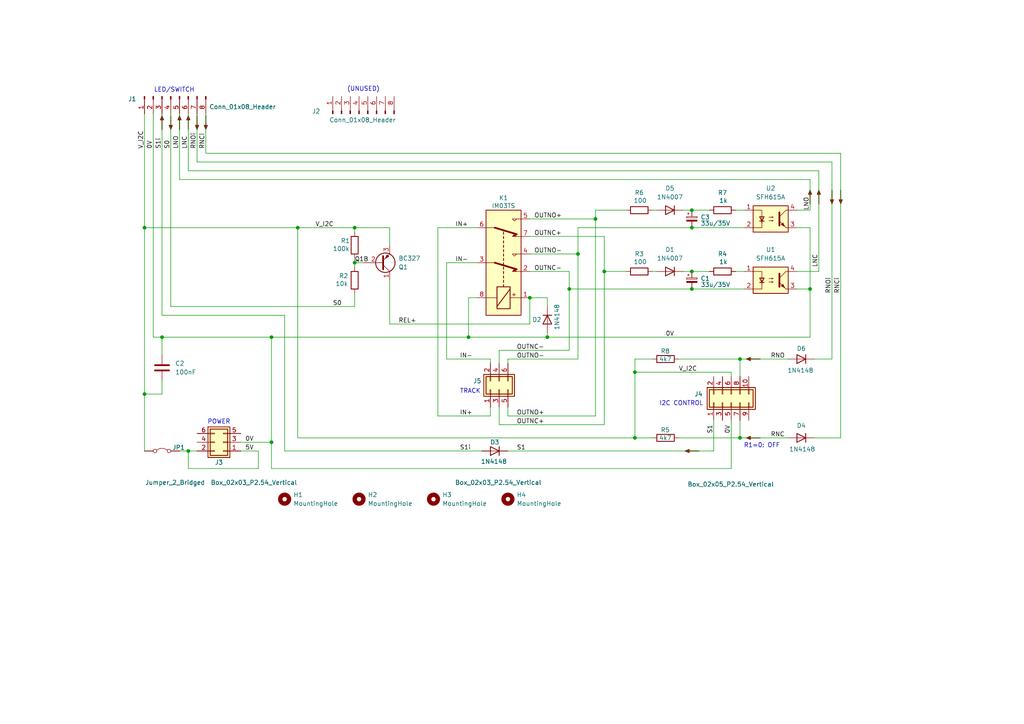
<source format=kicad_sch>
(kicad_sch (version 20231120) (generator "eeschema") (generator_version "8.0")
  (paper "A4")
  (title_block (date "2024-11-24"))
  (lib_symbols
    (symbol "Connector:Conn_01x08_Pin" (pin_names (offset 1.016) hide)
      (property "Reference" "J" (at 0 10.16 0))
      (property "Value" "Conn_01x08_Pin" (at 0 -12.7 0))
      (symbol "Conn_01x08_Pin_1_1"
        (polyline (pts (xy 1.27 -10.16) (xy 0.8636 -10.16)) (stroke (width 0.1524)))
        (polyline (pts (xy 1.27 -7.62) (xy 0.8636 -7.62)) (stroke (width 0.1524)))
        (polyline (pts (xy 1.27 -5.08) (xy 0.8636 -5.08)) (stroke (width 0.1524)))
        (polyline (pts (xy 1.27 -2.54) (xy 0.8636 -2.54)) (stroke (width 0.1524)))
        (polyline (pts (xy 1.27 0) (xy 0.8636 0)) (stroke (width 0.1524)))
        (polyline (pts (xy 1.27 2.54) (xy 0.8636 2.54)) (stroke (width 0.1524)))
        (polyline (pts (xy 1.27 5.08) (xy 0.8636 5.08)) (stroke (width 0.1524)))
        (polyline (pts (xy 1.27 7.62) (xy 0.8636 7.62)) (stroke (width 0.1524)))
        (rectangle (start 0.8636 -10.033) (end 0 -10.287) (stroke (width 0.1524)) (fill (type outline)))
        (rectangle (start 0.8636 -7.493) (end 0 -7.747) (stroke (width 0.1524)) (fill (type outline)))
        (rectangle (start 0.8636 -4.953) (end 0 -5.207) (stroke (width 0.1524)) (fill (type outline)))
        (rectangle (start 0.8636 -2.413) (end 0 -2.667) (stroke (width 0.1524)) (fill (type outline)))
        (rectangle (start 0.8636 0.127) (end 0 -0.127) (stroke (width 0.1524)) (fill (type outline)))
        (rectangle (start 0.8636 2.667) (end 0 2.413) (stroke (width 0.1524)) (fill (type outline)))
        (rectangle (start 0.8636 5.207) (end 0 4.953) (stroke (width 0.1524)) (fill (type outline)))
        (rectangle (start 0.8636 7.747) (end 0 7.493) (stroke (width 0.1524)) (fill (type outline)))
        (pin passive line (at 5.08 7.62 180) (length 3.81) (name "Pin_1") (number "1"))
        (pin passive line (at 5.08 5.08 180) (length 3.81) (name "Pin_2") (number "2"))
        (pin passive line (at 5.08 2.54 180) (length 3.81) (name "Pin_3") (number "3"))
        (pin passive line (at 5.08 0 180) (length 3.81) (name "Pin_4") (number "4"))
        (pin passive line (at 5.08 -2.54 180) (length 3.81) (name "Pin_5") (number "5"))
        (pin passive line (at 5.08 -5.08 180) (length 3.81) (name "Pin_6") (number "6"))
        (pin passive line (at 5.08 -7.62 180) (length 3.81) (name "Pin_7") (number "7"))
        (pin passive line (at 5.08 -10.16 180) (length 3.81) (name "Pin_8") (number "8"))
      )
    )
    (symbol "Device:C" (pin_numbers hide) (pin_names (offset 0.254))
      (property "Reference" "C" (at 0.635 2.54 0))
      (property "Value" "C" (at 0.635 -2.54 0))
      (symbol "C_0_1"
        (polyline (pts (xy -2.032 -0.762) (xy 2.032 -0.762)) (stroke (width 0.508)))
        (polyline (pts (xy -2.032 0.762) (xy 2.032 0.762)) (stroke (width 0.508)))
      )
      (symbol "C_1_1"
        (pin passive line (at 0 3.81 270) (length 2.794) (name "~") (number "1"))
        (pin passive line (at 0 -3.81 90) (length 2.794) (name "~") (number "2"))
      )
    )
    (symbol "Device:C_Polarized_Small" (pin_numbers hide) (pin_names (offset 0.254) hide)
      (property "Reference" "C" (at 0.254 1.778 0))
      (property "Value" "C_Polarized_Small" (at 0.254 -2.032 0))
      (symbol "C_Polarized_Small_0_1"
        (rectangle (start -1.524 -0.3048) (end 1.524 -0.6858) (fill (type outline)))
        (rectangle (start -1.524 0.6858) (end 1.524 0.3048))
        (polyline (pts (xy -1.27 1.524) (xy -0.762 1.524)))
        (polyline (pts (xy -1.016 1.27) (xy -1.016 1.778)))
      )
      (symbol "C_Polarized_Small_1_1"
        (pin passive line (at 0 2.54 270) (length 1.8542) (name "~") (number "1"))
        (pin passive line (at 0 -2.54 90) (length 1.8542) (name "~") (number "2"))
      )
    )
    (symbol "Device:R" (pin_numbers hide) (pin_names (offset 0))
      (property "Reference" "R" (at 2.032 0 90))
      (property "Value" "R" (at 0 0 90))
      (symbol "R_0_1"
        (rectangle (start -1.016 -2.54) (end 1.016 2.54) (stroke (width 0.254)))
      )
      (symbol "R_1_1"
        (pin passive line (at 0 3.81 270) (length 1.27) (name "~") (number "1"))
        (pin passive line (at 0 -3.81 90) (length 1.27) (name "~") (number "2"))
      )
    )
    (symbol "Diode:1N4007" (pin_numbers hide) (pin_names hide)
      (property "Reference" "D" (at 0 2.54 0))
      (property "Value" "1N4007" (at 0 -2.54 0))
      (symbol "1N4007_0_1"
        (polyline (pts (xy -1.27 1.27) (xy -1.27 -1.27)) (stroke (width 0.254)))
        (polyline (pts (xy 1.27 0) (xy -1.27 0)))
        (polyline (pts (xy 1.27 1.27) (xy 1.27 -1.27) (xy -1.27 0) (xy 1.27 1.27)) (stroke (width 0.254)))
      )
      (symbol "1N4007_1_1"
        (pin passive line (at -3.81 0 0) (length 2.54) (name "K") (number "1"))
        (pin passive line (at 3.81 0 180) (length 2.54) (name "A") (number "2"))
      )
    )
    (symbol "Diode:1N4148" (pin_numbers hide) (pin_names hide)
      (property "Reference" "D" (at 0 2.54 0))
      (property "Value" "1N4148" (at 0 -2.54 0))
      (symbol "1N4148_0_1"
        (polyline (pts (xy -1.27 1.27) (xy -1.27 -1.27)) (stroke (width 0.254)))
        (polyline (pts (xy 1.27 0) (xy -1.27 0)))
        (polyline (pts (xy 1.27 1.27) (xy 1.27 -1.27) (xy -1.27 0) (xy 1.27 1.27)) (stroke (width 0.254)))
      )
      (symbol "1N4148_1_1"
        (pin passive line (at -3.81 0 0) (length 2.54) (name "K") (number "1"))
        (pin passive line (at 3.81 0 180) (length 2.54) (name "A") (number "2"))
      )
    )
    (symbol "Graphic:SYM_Arrow_Small" (in_bom no) (on_board no)
      (symbol "SYM_Arrow_Small_0_1"
        (polyline (pts (xy 1.524 0) (xy -2.032 0)) (stroke (width 0.254)))
        (polyline (pts (xy 2.032 0) (xy 0.762 -0.508) (xy 0.762 0.508) (xy 2.032 0)) (fill (type outline)))
      )
    )
    (symbol "Jumper:Jumper_2_Bridged" (pin_numbers hide) (pin_names (offset 0) hide) (exclude_from_sim yes)
      (property "Reference" "JP" (at 0 1.905 0))
      (property "Value" "Jumper_2_Bridged" (at 0 -2.54 0))
      (symbol "Jumper_2_Bridged_0_0"
        (circle (center -2.032 0) (radius 0.508))
        (circle (center 2.032 0) (radius 0.508))
      )
      (symbol "Jumper_2_Bridged_0_1"
        (arc (start 1.524 0.254) (mid 0 0.762) (end -1.524 0.254))
      )
      (symbol "Jumper_2_Bridged_1_1"
        (pin passive line (at -5.08 0 0) (length 2.54) (name "A") (number "1"))
        (pin passive line (at 5.08 0 180) (length 2.54) (name "B") (number "2"))
      )
    )
    (symbol "Relay:IM03"
      (property "Reference" "K" (at 16.51 3.81 0))
      (property "Value" "IM03" (at 16.51 1.27 0))
      (symbol "IM03_0_0"
        (text "+" (at -9.271 2.921 0) (effects (font (size 1.27 1.27))))
      )
      (symbol "IM03_0_1"
        (rectangle (start -15.24 5.08) (end 15.24 -5.08) (stroke (width 0.254)) (fill (type background)))
        (rectangle (start -13.335 1.905) (end -6.985 -1.905) (stroke (width 0.254)))
        (polyline (pts (xy -12.7 -1.905) (xy -7.62 1.905)) (stroke (width 0.254)))
        (polyline (pts (xy -10.16 -5.08) (xy -10.16 -1.905)))
        (polyline (pts (xy -10.16 5.08) (xy -10.16 1.905)))
        (polyline (pts (xy -6.985 0) (xy -6.35 0)) (stroke (width 0.254)))
        (polyline (pts (xy -5.715 0) (xy -5.08 0)) (stroke (width 0.254)))
        (polyline (pts (xy -4.445 0) (xy -3.81 0)) (stroke (width 0.254)))
        (polyline (pts (xy -3.175 0) (xy -2.54 0)) (stroke (width 0.254)))
        (polyline (pts (xy -1.905 0) (xy -1.27 0)) (stroke (width 0.254)))
        (polyline (pts (xy -0.635 0) (xy 0 0)) (stroke (width 0.254)))
        (polyline (pts (xy 0 -2.54) (xy -1.905 3.81)) (stroke (width 0.508)))
        (polyline (pts (xy 0 -2.54) (xy 0 -5.08)))
        (polyline (pts (xy 0.635 0) (xy 1.27 0)) (stroke (width 0.254)))
        (polyline (pts (xy 1.905 0) (xy 2.54 0)) (stroke (width 0.254)))
        (polyline (pts (xy 3.175 0) (xy 3.81 0)) (stroke (width 0.254)))
        (polyline (pts (xy 4.445 0) (xy 5.08 0)) (stroke (width 0.254)))
        (polyline (pts (xy 5.715 0) (xy 6.35 0)) (stroke (width 0.254)))
        (polyline (pts (xy 6.985 0) (xy 7.62 0)) (stroke (width 0.254)))
        (polyline (pts (xy 8.255 0) (xy 8.89 0)) (stroke (width 0.254)))
        (polyline (pts (xy 10.16 -2.54) (xy 8.255 3.81)) (stroke (width 0.508)))
        (polyline (pts (xy 10.16 -2.54) (xy 10.16 -5.08)))
        (polyline (pts (xy -2.54 5.08) (xy -2.54 2.54) (xy -1.905 3.175) (xy -2.54 3.81)) (fill (type outline)))
        (polyline (pts (xy 2.54 5.08) (xy 2.54 2.54) (xy 1.905 3.175) (xy 2.54 3.81)))
        (polyline (pts (xy 7.62 5.08) (xy 7.62 2.54) (xy 8.255 3.175) (xy 7.62 3.81)) (fill (type outline)))
        (polyline (pts (xy 12.7 5.08) (xy 12.7 2.54) (xy 12.065 3.175) (xy 12.7 3.81)))
      )
      (symbol "IM03_1_1"
        (pin passive line (at -10.16 7.62 270) (length 2.54) (name "~") (number "1"))
        (pin passive line (at -2.54 7.62 270) (length 2.54) (name "~") (number "2"))
        (pin passive line (at 0 -7.62 90) (length 2.54) (name "~") (number "3"))
        (pin passive line (at 2.54 7.62 270) (length 2.54) (name "~") (number "4"))
        (pin passive line (at 12.7 7.62 270) (length 2.54) (name "~") (number "5"))
        (pin passive line (at 10.16 -7.62 90) (length 2.54) (name "~") (number "6"))
        (pin passive line (at 7.62 7.62 270) (length 2.54) (name "~") (number "7"))
        (pin passive line (at -10.16 -7.62 90) (length 2.54) (name "~") (number "8"))
      )
    )
    (symbol "Transistor_BJT:BC327" (pin_names (offset 0) hide)
      (property "Reference" "Q" (at 5.08 1.905 0))
      (property "Value" "BC327" (at 5.08 0 0))
      (symbol "BC327_0_1"
        (polyline (pts (xy 0.635 0.635) (xy 2.54 2.54)))
        (polyline (pts (xy 0.635 -0.635) (xy 2.54 -2.54) (xy 2.54 -2.54)))
        (polyline (pts (xy 0.635 1.905) (xy 0.635 -1.905) (xy 0.635 -1.905)) (stroke (width 0.508)))
        (polyline (pts (xy 2.286 -1.778) (xy 1.778 -2.286) (xy 1.27 -1.27) (xy 2.286 -1.778) (xy 2.286 -1.778)) (fill (type outline)))
        (circle (center 1.27 0) (radius 2.8194) (stroke (width 0.254)))
      )
      (symbol "BC327_1_1"
        (pin passive line (at 2.54 5.08 270) (length 2.54) (name "C") (number "1"))
        (pin input line (at -5.08 0 0) (length 5.715) (name "B") (number "2"))
        (pin passive line (at 2.54 -5.08 90) (length 2.54) (name "E") (number "3"))
      )
    )
    (symbol "_kh_library:Box_02x03_P2.54_Vertical" (pin_names (offset 1.016) hide)
      (property "Reference" "J" (at 1.27 5.588 0))
      (property "Value" "Box_02x03_P2.54_Vertical" (at 1.27 -6.35 0))
      (symbol "Box_02x03_P2.54_Vertical_1_1"
        (rectangle (start -1.905 4.445) (end 4.445 -4.445) (stroke (width 0.254)) (fill (type background)))
        (rectangle (start -1.27 -2.413) (end 0 -2.667) (stroke (width 0.1524)))
        (rectangle (start -1.27 0.127) (end 0 -0.127) (stroke (width 0.1524)))
        (rectangle (start -1.27 2.667) (end 0 2.413) (stroke (width 0.1524)))
        (rectangle (start -1.27 3.81) (end 3.81 -3.81) (stroke (width 0.254)) (fill (type background)))
        (rectangle (start 3.81 -2.413) (end 2.54 -2.667) (stroke (width 0.1524)))
        (rectangle (start 3.81 0.127) (end 2.54 -0.127) (stroke (width 0.1524)))
        (rectangle (start 3.81 2.667) (end 2.54 2.413) (stroke (width 0.1524)))
        (pin passive line (at -5.08 2.54 0) (length 3.81) (name "Pin_1") (number "1"))
        (pin passive line (at 7.62 2.54 180) (length 3.81) (name "Pin_2") (number "2"))
        (pin passive line (at -5.08 0 0) (length 3.81) (name "Pin_3") (number "3"))
        (pin passive line (at 7.62 0 180) (length 3.81) (name "Pin_4") (number "4"))
        (pin passive line (at -5.08 -2.54 0) (length 3.81) (name "Pin_5") (number "5"))
        (pin passive line (at 7.62 -2.54 180) (length 3.81) (name "Pin_6") (number "6"))
      )
    )
    (symbol "_kh_library:Box_02x05_P2.54_Vertical" (pin_names (offset 1.016) hide)
      (property "Reference" "J" (at 1.27 5.588 0))
      (property "Value" "Box_02x05_P2.54_Vertical" (at 1.27 -11.176 0))
      (symbol "Box_02x05_P2.54_Vertical_1_1"
        (rectangle (start -1.905 4.445) (end 4.445 -9.525) (stroke (width 0.254)) (fill (type background)))
        (rectangle (start -1.27 -7.493) (end 0 -7.747) (stroke (width 0.1524)))
        (rectangle (start -1.27 -4.953) (end 0 -5.207) (stroke (width 0.1524)))
        (rectangle (start -1.27 -2.413) (end 0 -2.667) (stroke (width 0.1524)))
        (rectangle (start -1.27 0.127) (end 0 -0.127) (stroke (width 0.1524)))
        (rectangle (start -1.27 2.667) (end 0 2.413) (stroke (width 0.1524)))
        (rectangle (start -1.27 3.81) (end 3.81 -8.89) (stroke (width 0.254)) (fill (type background)))
        (rectangle (start 2.54 -7.493) (end 3.81 -7.747) (stroke (width 0.1524)))
        (rectangle (start 2.54 -4.953) (end 3.81 -5.207) (stroke (width 0.1524)))
        (rectangle (start 2.54 -2.413) (end 3.81 -2.667) (stroke (width 0.1524)))
        (rectangle (start 3.81 0.127) (end 2.54 -0.127) (stroke (width 0.1524)))
        (rectangle (start 3.81 2.667) (end 2.54 2.413) (stroke (width 0.1524)))
        (pin passive line (at -5.08 2.54 0) (length 3.81) (name "Pin_1") (number "1"))
        (pin passive line (at 7.62 -7.62 180) (length 3.81) (name "Pin_10") (number "10"))
        (pin passive line (at 7.62 2.54 180) (length 3.81) (name "Pin_2") (number "2"))
        (pin passive line (at -5.08 0 0) (length 3.81) (name "Pin_3") (number "3"))
        (pin passive line (at 7.62 0 180) (length 3.81) (name "Pin_4") (number "4"))
        (pin passive line (at -5.08 -2.54 0) (length 3.81) (name "Pin_5") (number "5"))
        (pin passive line (at 7.62 -2.54 180) (length 3.81) (name "Pin_6") (number "6"))
        (pin passive line (at -5.08 -5.08 0) (length 3.81) (name "Pin_7") (number "7"))
        (pin passive line (at 7.62 -5.08 180) (length 3.81) (name "Pin_8") (number "8"))
        (pin passive line (at -5.08 -7.62 0) (length 3.81) (name "Pin_9") (number "9"))
      )
    )
    (symbol "_kh_library:MountingHole" (pin_names (offset 1.016)) (exclude_from_sim yes) (in_bom no)
      (property "Reference" "H" (at 0 5.08 0))
      (property "Value" "MountingHole" (at 0 3.175 0))
      (symbol "MountingHole_0_1"
        (circle (center 0 0) (radius 1.27) (stroke (width 1.27)))
      )
    )
    (symbol "_kh_library:SFH615A" (pin_names (offset 1.016))
      (property "Reference" "U" (at -5.08 5.08 0))
      (property "Value" "SFH615A" (at 0 5.08 0))
      (symbol "SFH615A_0_1"
        (rectangle (start -5.08 3.81) (end 5.08 -3.81) (stroke (width 0.254)) (fill (type background)))
        (polyline (pts (xy -3.175 -0.635) (xy -1.905 -0.635)) (stroke (width 0.254)))
        (polyline (pts (xy 2.54 0.635) (xy 4.445 2.54)))
        (polyline (pts (xy 4.445 -2.54) (xy 2.54 -0.635)) (fill (type outline)))
        (polyline (pts (xy 4.445 -2.54) (xy 5.08 -2.54)))
        (polyline (pts (xy 4.445 2.54) (xy 5.08 2.54)))
        (polyline (pts (xy -2.54 -0.635) (xy -2.54 -2.54) (xy -5.08 -2.54)))
        (polyline (pts (xy 2.54 1.905) (xy 2.54 -1.905) (xy 2.54 -1.905)) (stroke (width 0.508)))
        (polyline (pts (xy -5.08 2.54) (xy -2.54 2.54) (xy -2.54 -1.27) (xy -2.54 0.635)))
        (polyline (pts (xy -2.54 -0.635) (xy -3.175 0.635) (xy -1.905 0.635) (xy -2.54 -0.635)) (stroke (width 0.254)))
        (polyline (pts (xy -0.508 -0.508) (xy 0.762 -0.508) (xy 0.381 -0.635) (xy 0.381 -0.381) (xy 0.762 -0.508)))
        (polyline (pts (xy -0.508 0.508) (xy 0.762 0.508) (xy 0.381 0.381) (xy 0.381 0.635) (xy 0.762 0.508)))
        (polyline (pts (xy 3.048 -1.651) (xy 3.556 -1.143) (xy 4.064 -2.159) (xy 3.048 -1.651) (xy 3.048 -1.651)) (fill (type outline)))
      )
      (symbol "SFH615A_1_1"
        (pin passive line (at -7.62 2.54 0) (length 2.54) (name "~") (number "1"))
        (pin passive line (at -7.62 -2.54 0) (length 2.54) (name "~") (number "2"))
        (pin passive line (at 7.62 -2.54 180) (length 2.54) (name "~") (number "3"))
        (pin passive line (at 7.62 2.54 180) (length 2.54) (name "~") (number "4"))
      )
    )
  )
  (junction (at 135.89 97.79))
  (junction (at 46.99 97.79))
  (junction (at 200.66 66.04))
  (junction (at 172.72 63.5))
  (junction (at 41.91 66.04))
  (junction (at 78.74 97.79))
  (junction (at 54.61 130.81))
  (junction (at 214.63 104.14))
  (junction (at 200.66 78.74))
  (junction (at 175.26 78.74))
  (junction (at 153.67 86.36))
  (junction (at 78.74 128.27))
  (junction (at 184.15 107.95))
  (junction (at 158.75 97.79))
  (junction (at 234.95 83.82))
  (junction (at 184.15 127))
  (junction (at 102.87 76.2))
  (junction (at 167.64 73.66))
  (junction (at 86.36 66.04))
  (junction (at 165.1 83.82))
  (junction (at 200.66 83.82))
  (junction (at 200.66 60.96))
  (junction (at 214.63 127))
  (junction (at 41.91 114.3))
  (junction (at 102.87 66.04))
  (wire (pts (xy 147.32 105.41) (xy 147.32 104.14)))
  (wire (pts (xy 214.63 127) (xy 228.6 127)))
  (wire (pts (xy 158.75 97.79) (xy 234.95 97.79)))
  (wire (pts (xy 153.67 68.58) (xy 175.26 68.58)))
  (wire (pts (xy 54.61 135.89) (xy 54.61 130.81)))
  (wire (pts (xy 231.14 78.74) (xy 237.49 78.74)))
  (wire (pts (xy 184.15 127) (xy 189.23 127)))
  (wire (pts (xy 78.74 97.79) (xy 135.89 97.79)))
  (wire (pts (xy 241.3 104.14) (xy 241.3 46.99)))
  (wire (pts (xy 196.85 127) (xy 214.63 127)))
  (wire (pts (xy 237.49 49.53) (xy 237.49 78.74)))
  (wire (pts (xy 189.23 78.74) (xy 190.5 78.74)))
  (wire (pts (xy 241.3 46.99) (xy 57.15 46.99)))
  (wire (pts (xy 78.74 135.89) (xy 78.74 128.27)))
  (wire (pts (xy 165.1 78.74) (xy 165.1 83.82)))
  (wire (pts (xy 86.36 66.04) (xy 86.36 127)))
  (wire (pts (xy 102.87 76.2) (xy 102.87 77.47)))
  (wire (pts (xy 214.63 104.14) (xy 214.63 109.22)))
  (wire (pts (xy 175.26 78.74) (xy 175.26 123.19)))
  (wire (pts (xy 214.63 104.14) (xy 228.6 104.14)))
  (wire (pts (xy 207.01 130.81) (xy 147.32 130.81)))
  (wire (pts (xy 78.74 135.89) (xy 212.09 135.89)))
  (wire (pts (xy 231.14 60.96) (xy 234.95 60.96)))
  (wire (pts (xy 153.67 78.74) (xy 165.1 78.74)))
  (wire (pts (xy 200.66 60.96) (xy 205.74 60.96)))
  (wire (pts (xy 113.03 66.04) (xy 113.03 71.12)))
  (wire (pts (xy 59.69 44.45) (xy 243.84 44.45)))
  (wire (pts (xy 46.99 97.79) (xy 46.99 102.87)))
  (wire (pts (xy 172.72 63.5) (xy 172.72 120.65)))
  (wire (pts (xy 44.45 33.02) (xy 44.45 97.79)))
  (wire (pts (xy 234.95 66.04) (xy 231.14 66.04)))
  (wire (pts (xy 167.64 66.04) (xy 200.66 66.04)))
  (wire (pts (xy 54.61 33.02) (xy 54.61 49.53)))
  (wire (pts (xy 167.64 66.04) (xy 167.64 73.66)))
  (wire (pts (xy 147.32 118.11) (xy 147.32 120.65)))
  (wire (pts (xy 82.55 130.81) (xy 139.7 130.81)))
  (wire (pts (xy 153.67 73.66) (xy 167.64 73.66)))
  (wire (pts (xy 49.53 33.02) (xy 49.53 88.9)))
  (wire (pts (xy 153.67 63.5) (xy 172.72 63.5)))
  (wire (pts (xy 198.12 78.74) (xy 200.66 78.74)))
  (wire (pts (xy 52.07 33.02) (xy 52.07 52.07)))
  (wire (pts (xy 213.36 78.74) (xy 215.9 78.74)))
  (wire (pts (xy 198.12 60.96) (xy 200.66 60.96)))
  (wire (pts (xy 147.32 120.65) (xy 172.72 120.65)))
  (wire (pts (xy 207.01 121.92) (xy 207.01 130.81)))
  (wire (pts (xy 135.89 97.79) (xy 158.75 97.79)))
  (wire (pts (xy 172.72 60.96) (xy 181.61 60.96)))
  (wire (pts (xy 46.99 97.79) (xy 78.74 97.79)))
  (wire (pts (xy 102.87 74.93) (xy 102.87 76.2)))
  (wire (pts (xy 78.74 128.27) (xy 78.74 97.79)))
  (wire (pts (xy 41.91 114.3) (xy 41.91 130.81)))
  (wire (pts (xy 54.61 130.81) (xy 57.15 130.81)))
  (wire (pts (xy 196.85 104.14) (xy 214.63 104.14)))
  (wire (pts (xy 69.85 128.27) (xy 78.74 128.27)))
  (wire (pts (xy 46.99 91.44) (xy 82.55 91.44)))
  (wire (pts (xy 153.67 86.36) (xy 153.67 93.98)))
  (wire (pts (xy 57.15 46.99) (xy 57.15 33.02)))
  (wire (pts (xy 236.22 104.14) (xy 241.3 104.14)))
  (wire (pts (xy 52.07 130.81) (xy 54.61 130.81)))
  (wire (pts (xy 49.53 88.9) (xy 102.87 88.9)))
  (wire (pts (xy 144.78 118.11) (xy 144.78 123.19)))
  (wire (pts (xy 144.78 101.6) (xy 165.1 101.6)))
  (wire (pts (xy 113.03 81.28) (xy 113.03 93.98)))
  (wire (pts (xy 212.09 107.95) (xy 212.09 109.22)))
  (wire (pts (xy 102.87 66.04) (xy 102.87 67.31)))
  (wire (pts (xy 41.91 66.04) (xy 41.91 114.3)))
  (wire (pts (xy 102.87 66.04) (xy 113.03 66.04)))
  (wire (pts (xy 243.84 44.45) (xy 243.84 127)))
  (wire (pts (xy 69.85 130.81) (xy 74.93 130.81)))
  (wire (pts (xy 200.66 78.74) (xy 205.74 78.74)))
  (wire (pts (xy 234.95 83.82) (xy 234.95 66.04)))
  (wire (pts (xy 231.14 83.82) (xy 234.95 83.82)))
  (wire (pts (xy 200.66 66.04) (xy 215.9 66.04)))
  (wire (pts (xy 184.15 127) (xy 184.15 107.95)))
  (wire (pts (xy 102.87 76.2) (xy 105.41 76.2)))
  (wire (pts (xy 165.1 83.82) (xy 200.66 83.82)))
  (wire (pts (xy 167.64 73.66) (xy 167.64 104.14)))
  (wire (pts (xy 243.84 127) (xy 236.22 127)))
  (wire (pts (xy 142.24 120.65) (xy 127 120.65)))
  (wire (pts (xy 102.87 85.09) (xy 102.87 88.9)))
  (wire (pts (xy 158.75 88.9) (xy 158.75 86.36)))
  (wire (pts (xy 158.75 96.52) (xy 158.75 97.79)))
  (wire (pts (xy 127 66.04) (xy 127 120.65)))
  (wire (pts (xy 138.43 76.2) (xy 129.54 76.2)))
  (wire (pts (xy 213.36 60.96) (xy 215.9 60.96)))
  (wire (pts (xy 158.75 86.36) (xy 153.67 86.36)))
  (wire (pts (xy 82.55 91.44) (xy 82.55 130.81)))
  (wire (pts (xy 200.66 83.82) (xy 215.9 83.82)))
  (wire (pts (xy 147.32 104.14) (xy 167.64 104.14)))
  (wire (pts (xy 86.36 66.04) (xy 102.87 66.04)))
  (wire (pts (xy 74.93 135.89) (xy 54.61 135.89)))
  (wire (pts (xy 175.26 68.58) (xy 175.26 78.74)))
  (wire (pts (xy 189.23 60.96) (xy 190.5 60.96)))
  (wire (pts (xy 142.24 120.65) (xy 142.24 118.11)))
  (wire (pts (xy 46.99 110.49) (xy 46.99 114.3)))
  (wire (pts (xy 172.72 63.5) (xy 172.72 60.96)))
  (wire (pts (xy 142.24 104.14) (xy 142.24 105.41)))
  (wire (pts (xy 113.03 93.98) (xy 153.67 93.98)))
  (wire (pts (xy 44.45 97.79) (xy 46.99 97.79)))
  (wire (pts (xy 46.99 114.3) (xy 41.91 114.3)))
  (wire (pts (xy 129.54 104.14) (xy 142.24 104.14)))
  (wire (pts (xy 144.78 123.19) (xy 175.26 123.19)))
  (wire (pts (xy 214.63 127) (xy 214.63 121.92)))
  (wire (pts (xy 165.1 83.82) (xy 165.1 101.6)))
  (wire (pts (xy 86.36 127) (xy 184.15 127)))
  (wire (pts (xy 129.54 76.2) (xy 129.54 104.14)))
  (wire (pts (xy 212.09 135.89) (xy 212.09 121.92)))
  (wire (pts (xy 144.78 105.41) (xy 144.78 101.6)))
  (wire (pts (xy 74.93 130.81) (xy 74.93 135.89)))
  (wire (pts (xy 234.95 83.82) (xy 234.95 97.79)))
  (wire (pts (xy 184.15 104.14) (xy 189.23 104.14)))
  (wire (pts (xy 41.91 33.02) (xy 41.91 66.04)))
  (wire (pts (xy 234.95 60.96) (xy 234.95 52.07)))
  (wire (pts (xy 41.91 66.04) (xy 86.36 66.04)))
  (wire (pts (xy 184.15 104.14) (xy 184.15 107.95)))
  (wire (pts (xy 175.26 78.74) (xy 181.61 78.74)))
  (wire (pts (xy 135.89 86.36) (xy 135.89 97.79)))
  (wire (pts (xy 184.15 107.95) (xy 212.09 107.95)))
  (wire (pts (xy 138.43 86.36) (xy 135.89 86.36)))
  (wire (pts (xy 46.99 33.02) (xy 46.99 91.44)))
  (wire (pts (xy 59.69 33.02) (xy 59.69 44.45)))
  (wire (pts (xy 52.07 52.07) (xy 234.95 52.07)))
  (wire (pts (xy 138.43 66.04) (xy 127 66.04)))
  (wire (pts (xy 54.61 49.53) (xy 237.49 49.53)))
  (text "R1=0: OFF" (at 220.98 129.286 0) (effects (font (size 1.27 1.27))))
  (text "TRACK" (at 136.398 113.538 0) (effects (font (size 1.27 1.27))))
  (text "I2C CONTROL" (at 197.612 117.094 0) (effects (font (size 1.27 1.27))))
  (text "POWER" (at 63.5 122.428 0) (effects (font (size 1.27 1.27))))
  (text "(UNUSED)" (at 105.41 25.908 0) (effects (font (size 1.27 1.27))))
  (text "LED/SWITCH" (at 50.546 26.162 0) (effects (font (size 1.27 1.27))))
  (label "IN+" (at 133.35 120.65 0))
  (label "RNCi" (at 59.69 43.18 90))
  (label "V_I2C" (at 41.91 43.18 90))
  (label "OUTNO-" (at 154.94 73.66 0))
  (label "0V" (at 212.09 125.73 90))
  (label "OUTNC-" (at 149.86 101.6 0))
  (label "0V" (at 71.12 128.27 0))
  (label "REL+" (at 115.57 93.98 0))
  (label "RNOi" (at 241.3 85.09 90))
  (label "S1" (at 207.01 125.73 90))
  (label "OUTNO-" (at 149.86 104.14 0))
  (label "OUTNC+" (at 154.94 68.58 0))
  (label "S1i" (at 133.35 130.81 0))
  (label "0V" (at 44.45 43.18 90))
  (label "LNC" (at 54.61 43.18 90))
  (label "V_I2C" (at 196.85 107.95 0))
  (label "RNOi" (at 57.15 43.18 90))
  (label "OUTNO+" (at 149.86 120.65 0))
  (label "IN-" (at 133.35 104.14 0))
  (label "S1" (at 149.86 130.81 0))
  (label "0V" (at 193.04 97.79 0))
  (label "S1i" (at 46.99 43.18 90))
  (label "5V" (at 71.12 130.81 0))
  (label "S0" (at 49.53 43.18 90))
  (label "LNO" (at 52.07 43.18 90))
  (label "S0" (at 96.52 88.9 0))
  (label "Q1B" (at 102.87 76.2 0))
  (label "V_I2C" (at 91.44 66.04 0))
  (label "LNC" (at 237.49 77.47 90))
  (label "OUTNC-" (at 154.94 78.74 0))
  (label "IN-" (at 132.08 76.2 0))
  (label "OUTNC+" (at 149.86 123.19 0))
  (label "OUTNO+" (at 154.94 63.5 0))
  (label "RNCi" (at 243.84 85.09 90))
  (label "IN+" (at 132.08 66.04 0))
  (label "LNO" (at 234.95 60.96 90))
  (label "RNO" (at 223.52 104.14 0))
  (label "RNC" (at 223.52 127 0))
  (symbol (lib_id "Connector:Conn_01x08_Pin") (at 104.14 33.02 90) (unit 1)
    (property "Reference" "J2" (at 91.694 32.258 90))
    (property "Value" "Conn_01x08_Header" (at 105.156 34.798 90))
    (property "Footprint" "_kh_library:PinHeader_1x08_P2.54mm_Vertical_kh" (effects (hide yes)))
    (property "Description" "Generic connector, single row, 01x08, script generated" (effects (hide yes)))
  )
  (symbol (lib_id "Device:R") (at 193.04 127 90) (unit 1)
    (property "Reference" "R5" (at 194.31 124.714 90) (effects (justify left)))
    (property "Value" "4k7" (at 194.818 127 90) (effects (justify left)))
    (property "Footprint" "_kh_library:R_Axial_P1.778mm_Vertical_kh" (effects (hide yes)))
  )
  (symbol (lib_id "Graphic:SYM_Arrow_Small") (at 52.07 35.56 90) (unit 1) (exclude_from_sim yes) (in_bom no) (on_board no)
    (property "Reference" "#SYM11" (effects (hide yes)))
    (property "Value" "SYM_Arrow_Small" (effects (hide yes)))
    (property "Description" "Filled arrow, 160mil" (effects (hide yes)))
  )
  (symbol (lib_id "Graphic:SYM_Arrow_Small") (at 59.69 35.56 270) (unit 1) (exclude_from_sim yes) (in_bom no) (on_board no)
    (property "Reference" "#SYM2" (effects (hide yes)))
    (property "Value" "SYM_Arrow_Small" (effects (hide yes)))
    (property "Description" "Filled arrow, 160mil" (effects (hide yes)))
  )
  (symbol (lib_id "Diode:1N4007") (at 194.31 78.74 180) (unit 1)
    (property "Reference" "D1" (at 194.31 72.39 0))
    (property "Value" "1N4007" (at 194.31 74.93 0))
    (property "Footprint" "_kh_library:D_DO-41_SOD81_P3.81mm_Vertical_AnodeUp_kh" (effects (hide yes)))
    (property "Datasheet" "http://www.vishay.com/docs/88503/1n4001.pdf" (effects (hide yes)))
    (property "Description" "1000V 1A General Purpose Rectifier Diode, DO-41" (effects (hide yes)))
    (property "Sim.Device" "D" (effects (hide yes)))
    (property "Sim.Pins" "1=K 2=A" (effects (hide yes)))
  )
  (symbol (lib_id "Graphic:SYM_Arrow_Small") (at 200.66 130.81 180) (unit 1) (exclude_from_sim yes) (in_bom no) (on_board no)
    (property "Reference" "#SYM7" (effects (hide yes)))
    (property "Value" "SYM_Arrow_Small" (effects (hide yes)))
    (property "Description" "Filled arrow, 160mil" (effects (hide yes)))
  )
  (symbol (lib_id "_kh_library:MountingHole") (at 125.73 144.78 0) (unit 1) (exclude_from_sim yes) (in_bom no)
    (property "Reference" "H3" (at 128.27 143.5099 0) (effects (justify left)))
    (property "Value" "MountingHole" (at 128.27 146.0499 0) (effects (justify left)))
    (property "Footprint" "_kh_library:MountingHole_2.2mm_M2_Pad_TopBottom_kh" (effects (hide yes)))
    (property "Description" "Mounting Hole without connection" (effects (hide yes)))
  )
  (symbol (lib_id "Diode:1N4148") (at 143.51 130.81 180) (unit 1)
    (property "Reference" "D3" (at 143.51 128.27 0))
    (property "Value" "1N4148" (at 143.256 133.858 0))
    (property "Footprint" "_kh_library:D_DO-35_P2.0mm_Vertical_AnodeUp_kh" (effects (hide yes)))
    (property "Datasheet" "https://assets.nexperia.com/documents/data-sheet/1N4148_1N4448.pdf" (effects (hide yes)))
    (property "Description" "100V 0.15A standard switching diode, DO-35" (effects (hide yes)))
    (property "Sim.Device" "D" (effects (hide yes)))
    (property "Sim.Pins" "1=K 2=A" (effects (hide yes)))
  )
  (symbol (lib_id "Transistor_BJT:BC327") (at 110.49 76.2 0) (mirror x) (unit 1)
    (property "Reference" "Q1" (at 115.57 77.4701 0) (effects (justify left)))
    (property "Value" "BC327" (at 115.57 74.9301 0) (effects (justify left)))
    (property "Footprint" "_kh_library:TO-92_Inline_Wide_2.2225" (effects (hide yes)))
    (property "Datasheet" "http://www.onsemi.com/pub_link/Collateral/BC327-D.PDF" (effects (hide yes)))
    (property "Description" "0.8A Ic, 45V Vce, PNP Transistor, TO-92" (effects (hide yes)))
  )
  (symbol (lib_id "Device:C_Polarized_Small") (at 200.66 63.5 0) (unit 1)
    (property "Reference" "C3" (at 203.2 62.992 0) (effects (justify left)))
    (property "Value" "33u/35V" (at 203.2 64.77 0) (effects (justify left)))
    (property "Footprint" "Capacitor_THT:CP_Radial_D8.0mm_P2.50mm" (effects (hide yes)))
    (property "Description" "Polarized capacitor, small symbol" (effects (hide yes)))
  )
  (symbol (lib_id "_kh_library:MountingHole") (at 82.55 144.78 0) (unit 1) (exclude_from_sim yes) (in_bom no)
    (property "Reference" "H1" (at 85.09 143.5099 0) (effects (justify left)))
    (property "Value" "MountingHole" (at 85.09 146.0499 0) (effects (justify left)))
    (property "Footprint" "_kh_library:MountingHole_2.2mm_M2_Pad_TopBottom_kh" (effects (hide yes)))
    (property "Description" "Mounting Hole without connection" (effects (hide yes)))
  )
  (symbol (lib_id "Graphic:SYM_Arrow_Small") (at 57.15 35.56 270) (unit 1) (exclude_from_sim yes) (in_bom no) (on_board no)
    (property "Reference" "#SYM12" (effects (hide yes)))
    (property "Value" "SYM_Arrow_Small" (effects (hide yes)))
    (property "Description" "Filled arrow, 160mil" (effects (hide yes)))
  )
  (symbol (lib_id "Graphic:SYM_Arrow_Small") (at 218.44 104.14 180) (unit 1) (exclude_from_sim yes) (in_bom no) (on_board no)
    (property "Reference" "#SYM10" (effects (hide yes)))
    (property "Value" "SYM_Arrow_Small" (effects (hide yes)))
    (property "Description" "Filled arrow, 160mil" (effects (hide yes)))
  )
  (symbol (lib_id "Relay:IM03") (at 146.05 76.2 270) (mirror x) (unit 1)
    (property "Reference" "K1" (at 146.05 57.404 90))
    (property "Value" "IM03TS" (at 146.05 59.69 90))
    (property "Footprint" "_kh_library:Relay_DPDT_AXICOM_IMSeries_Pitch5.08mm_rect_Pins" (effects (hide yes)))
    (property "Datasheet" "http://www.te.com/commerce/DocumentDelivery/DDEController?Action=srchrtrv&DocNm=108-98001&DocType=SS&DocLang=EN" (effects (hide yes)))
    (property "Description" "IM Relay, standard version, monostable, switching current 2/5A, power 60W/62.5VA, voltage 220VDC/250VAC" (effects (hide yes)))
  )
  (symbol (lib_id "_kh_library:MountingHole") (at 147.32 144.78 0) (unit 1) (exclude_from_sim yes) (in_bom no)
    (property "Reference" "H4" (at 149.86 143.5099 0) (effects (justify left)))
    (property "Value" "MountingHole" (at 149.86 146.0499 0) (effects (justify left)))
    (property "Footprint" "_kh_library:MountingHole_2.2mm_M2_Pad_TopBottom_kh" (effects (hide yes)))
    (property "Description" "Mounting Hole without connection" (effects (hide yes)))
  )
  (symbol (lib_id "Device:R") (at 193.04 104.14 90) (unit 1)
    (property "Reference" "R8" (at 194.31 101.854 90) (effects (justify left)))
    (property "Value" "4k7" (at 194.818 104.14 90) (effects (justify left)))
    (property "Footprint" "_kh_library:R_Axial_P1.778mm_Vertical_kh" (effects (hide yes)))
  )
  (symbol (lib_id "Graphic:SYM_Arrow_Small") (at 234.95 57.15 90) (unit 1) (exclude_from_sim yes) (in_bom no) (on_board no)
    (property "Reference" "#SYM9" (effects (hide yes)))
    (property "Value" "SYM_Arrow_Small" (effects (hide yes)))
    (property "Description" "Filled arrow, 160mil" (effects (hide yes)))
  )
  (symbol (lib_id "_kh_library:SFH615A") (at 223.52 81.28 0) (unit 1)
    (property "Reference" "U1" (at 223.52 72.39 0))
    (property "Value" "SFH615A" (at 223.52 74.93 0))
    (property "Footprint" "Package_DIP:DIP-4_W7.62mm" (effects (hide yes)))
    (property "Datasheet" "https://toshiba.semicon-storage.com/info/docget.jsp?did=10569&prodName=TLP785" (effects (hide yes)))
    (property "Description" "DC Optocoupler, Vce 80V, CTR 50-200%, DIP4" (effects (hide yes)))
  )
  (symbol (lib_id "_kh_library:SFH615A") (at 223.52 63.5 0) (unit 1)
    (property "Reference" "U2" (at 223.52 54.61 0))
    (property "Value" "SFH615A" (at 223.52 57.15 0))
    (property "Footprint" "Package_DIP:DIP-4_W7.62mm" (effects (hide yes)))
    (property "Datasheet" "https://toshiba.semicon-storage.com/info/docget.jsp?did=10569&prodName=TLP785" (effects (hide yes)))
    (property "Description" "DC Optocoupler, Vce 80V, CTR 50-200%, DIP4" (effects (hide yes)))
  )
  (symbol (lib_id "Diode:1N4148") (at 232.41 104.14 180) (unit 1)
    (property "Reference" "D6" (at 232.41 101.092 0))
    (property "Value" "1N4148" (at 232.156 107.442 0))
    (property "Footprint" "_kh_library:D_DO-35_P2.0mm_Vertical_AnodeUp_kh" (effects (hide yes)))
    (property "Datasheet" "https://assets.nexperia.com/documents/data-sheet/1N4148_1N4448.pdf" (effects (hide yes)))
    (property "Description" "100V 0.15A standard switching diode, DO-35" (effects (hide yes)))
    (property "Sim.Device" "D" (effects (hide yes)))
    (property "Sim.Pins" "1=K 2=A" (effects (hide yes)))
  )
  (symbol (lib_id "Graphic:SYM_Arrow_Small") (at 243.84 57.15 270) (unit 1) (exclude_from_sim yes) (in_bom no) (on_board no)
    (property "Reference" "#SYM5" (effects (hide yes)))
    (property "Value" "SYM_Arrow_Small" (effects (hide yes)))
    (property "Description" "Filled arrow, 160mil" (effects (hide yes)))
  )
  (symbol (lib_id "_kh_library:Box_02x03_P2.54_Vertical") (at 64.77 128.27 180) (unit 1)
    (property "Reference" "J3" (at 63.5 134.112 0))
    (property "Value" "Box_02x03_P2.54_Vertical" (at 73.66 139.954 0))
    (property "Footprint" "_kh_library:Box_02x03_P2.54mm_Vertical_kh" (effects (hide yes)))
    (property "Description" "Box Header connector, double row, 02x03, odd/even pin numbering scheme" (effects (hide yes)))
  )
  (symbol (lib_id "Device:C_Polarized_Small") (at 200.66 81.28 0) (unit 1)
    (property "Reference" "C1" (at 203.2 80.772 0) (effects (justify left)))
    (property "Value" "33u/35V" (at 203.2 82.55 0) (effects (justify left)))
    (property "Footprint" "Capacitor_THT:CP_Radial_D8.0mm_P2.50mm" (effects (hide yes)))
    (property "Description" "Polarized capacitor, small symbol" (effects (hide yes)))
  )
  (symbol (lib_id "Device:C") (at 46.99 106.68 0) (unit 1)
    (property "Reference" "C2" (at 50.8 105.4099 0) (effects (justify left)))
    (property "Value" "100nF" (at 50.8 107.9499 0) (effects (justify left)))
    (property "Footprint" "_kh_library:C_Rect_L7.0mm_W2.0mm_P5.00mm_kh" (effects (hide yes)))
    (property "Description" "Unpolarized capacitor" (effects (hide yes)))
  )
  (symbol (lib_id "Graphic:SYM_Arrow_Small") (at 237.49 57.15 90) (unit 1) (exclude_from_sim yes) (in_bom no) (on_board no)
    (property "Reference" "#SYM4" (effects (hide yes)))
    (property "Value" "SYM_Arrow_Small" (effects (hide yes)))
    (property "Description" "Filled arrow, 160mil" (effects (hide yes)))
  )
  (symbol (lib_id "Graphic:SYM_Arrow_Small") (at 49.53 35.56 270) (unit 1) (exclude_from_sim yes) (in_bom no) (on_board no)
    (property "Reference" "#SYM3" (effects (hide yes)))
    (property "Value" "SYM_Arrow_Small" (effects (hide yes)))
    (property "Description" "Filled arrow, 160mil" (effects (hide yes)))
  )
  (symbol (lib_id "Diode:1N4148") (at 232.41 127 180) (unit 1)
    (property "Reference" "D4" (at 232.41 123.444 0))
    (property "Value" "1N4148" (at 232.664 130.302 0))
    (property "Footprint" "_kh_library:D_DO-35_P2.0mm_Vertical_AnodeUp_kh" (effects (hide yes)))
    (property "Datasheet" "https://assets.nexperia.com/documents/data-sheet/1N4148_1N4448.pdf" (effects (hide yes)))
    (property "Description" "100V 0.15A standard switching diode, DO-35" (effects (hide yes)))
    (property "Sim.Device" "D" (effects (hide yes)))
    (property "Sim.Pins" "1=K 2=A" (effects (hide yes)))
  )
  (symbol (lib_id "Device:R") (at 102.87 71.12 0) (unit 1)
    (property "Reference" "R1" (at 98.806 69.85 0) (effects (justify left)))
    (property "Value" "100k" (at 96.52 72.136 0) (effects (justify left)))
    (property "Footprint" "Resistor_THT:R_Axial_DIN0204_L3.6mm_D1.6mm_P2.54mm_Vertical" (effects (hide yes)))
  )
  (symbol (lib_id "Device:R") (at 185.42 78.74 90) (unit 1)
    (property "Reference" "R3" (at 185.42 73.66 90))
    (property "Value" "100" (at 185.674 75.946 90))
    (property "Footprint" "Resistor_THT:R_Axial_DIN0204_L3.6mm_D1.6mm_P2.54mm_Vertical" (effects (hide yes)))
  )
  (symbol (lib_id "_kh_library:Box_02x05_P2.54_Vertical") (at 209.55 116.84 90) (unit 1)
    (property "Reference" "J4" (at 201.422 114.3 90) (effects (justify right)))
    (property "Value" "Box_02x05_P2.54_Vertical" (at 199.39 140.462 90) (effects (justify right)))
    (property "Footprint" "_kh_library:Box_02x05_P2.54mm_Vertical_kh" (effects (hide yes)))
    (property "Description" "Box Header connector, double row, 02x05, odd/even pin numbering scheme" (effects (hide yes)))
  )
  (symbol (lib_id "Diode:1N4148") (at 158.75 92.71 90) (mirror x) (unit 1)
    (property "Reference" "D2" (at 155.702 92.71 90))
    (property "Value" "1N4148" (at 161.544 91.948 0))
    (property "Footprint" "Diode_THT:D_DO-35_SOD27_P2.54mm_Vertical_AnodeUp" (effects (hide yes)))
    (property "Datasheet" "https://assets.nexperia.com/documents/data-sheet/1N4148_1N4448.pdf" (effects (hide yes)))
    (property "Description" "100V 0.15A standard switching diode, DO-35" (effects (hide yes)))
    (property "Sim.Device" "D" (effects (hide yes)))
    (property "Sim.Pins" "1=K 2=A" (effects (hide yes)))
  )
  (symbol (lib_id "_kh_library:Box_02x03_P2.54_Vertical") (at 144.78 113.03 90) (unit 1)
    (property "Reference" "J5" (at 138.43 110.49 90))
    (property "Value" "Box_02x03_P2.54_Vertical" (at 144.526 139.954 90))
    (property "Footprint" "_kh_library:Box_02x03_P2.54mm_Vertical_kh" (effects (hide yes)))
    (property "Description" "Box Header connector, double row, 02x03, odd/even pin numbering scheme" (effects (hide yes)))
  )
  (symbol (lib_id "Device:R") (at 209.55 78.74 90) (unit 1)
    (property "Reference" "R4" (at 209.55 73.66 90))
    (property "Value" "1k" (at 209.804 75.946 90))
    (property "Footprint" "Resistor_THT:R_Axial_DIN0204_L3.6mm_D1.6mm_P2.54mm_Vertical" (effects (hide yes)))
  )
  (symbol (lib_id "Graphic:SYM_Arrow_Small") (at 241.3 57.15 270) (unit 1) (exclude_from_sim yes) (in_bom no) (on_board no)
    (property "Reference" "#SYM13" (effects (hide yes)))
    (property "Value" "SYM_Arrow_Small" (effects (hide yes)))
    (property "Description" "Filled arrow, 160mil" (effects (hide yes)))
  )
  (symbol (lib_id "Device:R") (at 185.42 60.96 90) (unit 1)
    (property "Reference" "R6" (at 185.42 55.88 90))
    (property "Value" "100" (at 185.674 58.166 90))
    (property "Footprint" "Resistor_THT:R_Axial_DIN0204_L3.6mm_D1.6mm_P2.54mm_Vertical" (effects (hide yes)))
  )
  (symbol (lib_id "Graphic:SYM_Arrow_Small") (at 46.99 35.56 90) (unit 1) (exclude_from_sim yes) (in_bom no) (on_board no)
    (property "Reference" "#SYM1" (effects (hide yes)))
    (property "Value" "SYM_Arrow_Small" (effects (hide yes)))
    (property "Description" "Filled arrow, 160mil" (effects (hide yes)))
  )
  (symbol (lib_id "Graphic:SYM_Arrow_Small") (at 54.61 35.56 90) (unit 1) (exclude_from_sim yes) (in_bom no) (on_board no)
    (property "Reference" "#SYM8" (effects (hide yes)))
    (property "Value" "SYM_Arrow_Small" (effects (hide yes)))
    (property "Description" "Filled arrow, 160mil" (effects (hide yes)))
  )
  (symbol (lib_id "_kh_library:MountingHole") (at 104.14 144.78 0) (unit 1) (exclude_from_sim yes) (in_bom no)
    (property "Reference" "H2" (at 106.68 143.5099 0) (effects (justify left)))
    (property "Value" "MountingHole" (at 106.68 146.0499 0) (effects (justify left)))
    (property "Footprint" "_kh_library:MountingHole_2.2mm_M2_Pad_TopBottom_kh" (effects (hide yes)))
    (property "Description" "Mounting Hole without connection" (effects (hide yes)))
  )
  (symbol (lib_id "Jumper:Jumper_2_Bridged") (at 46.99 130.81 0) (unit 1) (exclude_from_sim yes)
    (property "Reference" "JP1" (at 51.816 129.794 0))
    (property "Value" "Jumper_2_Bridged" (at 50.8 139.954 0))
    (property "Footprint" "Jumper:SolderJumper-2_P1.3mm_Bridged_Pad1.0x1.5mm" (effects (hide yes)))
    (property "Description" "Jumper, 2-pole, closed/bridged" (effects (hide yes)))
  )
  (symbol (lib_id "Graphic:SYM_Arrow_Small") (at 218.44 127 180) (unit 1) (exclude_from_sim yes) (in_bom no) (on_board no)
    (property "Reference" "#SYM6" (effects (hide yes)))
    (property "Value" "SYM_Arrow_Small" (effects (hide yes)))
    (property "Description" "Filled arrow, 160mil" (effects (hide yes)))
  )
  (symbol (lib_id "Device:R") (at 209.55 60.96 90) (unit 1)
    (property "Reference" "R7" (at 209.55 55.88 90))
    (property "Value" "1k" (at 209.804 58.166 90))
    (property "Footprint" "Resistor_THT:R_Axial_DIN0204_L3.6mm_D1.6mm_P2.54mm_Vertical" (effects (hide yes)))
  )
  (symbol (lib_id "Diode:1N4007") (at 194.31 60.96 180) (unit 1)
    (property "Reference" "D5" (at 194.31 54.61 0))
    (property "Value" "1N4007" (at 194.31 57.15 0))
    (property "Footprint" "_kh_library:D_DO-41_SOD81_P2.54mm_Vertical_AnodeUp_kh" (effects (hide yes)))
    (property "Datasheet" "http://www.vishay.com/docs/88503/1n4001.pdf" (effects (hide yes)))
    (property "Description" "1000V 1A General Purpose Rectifier Diode, DO-41" (effects (hide yes)))
    (property "Sim.Device" "D" (effects (hide yes)))
    (property "Sim.Pins" "1=K 2=A" (effects (hide yes)))
  )
  (symbol (lib_id "Connector:Conn_01x08_Pin") (at 49.53 27.94 90) (mirror x) (unit 1)
    (property "Reference" "J1" (at 38.354 28.702 90))
    (property "Value" "Conn_01x08_Header" (at 70.358 30.988 90))
    (property "Footprint" "_kh_library:PinHeader_1x08_P2.54mm_Vertical_kh" (effects (hide yes)))
    (property "Description" "Generic connector, single row, 01x08, script generated" (effects (hide yes)))
  )
  (symbol (lib_id "Device:R") (at 102.87 81.28 0) (unit 1)
    (property "Reference" "R2" (at 98.298 80.01 0) (effects (justify left)))
    (property "Value" "10k" (at 97.282 82.296 0) (effects (justify left)))
    (property "Footprint" "Resistor_THT:R_Axial_DIN0204_L3.6mm_D1.6mm_P2.54mm_Vertical" (effects (hide yes)))
  )
)
</source>
